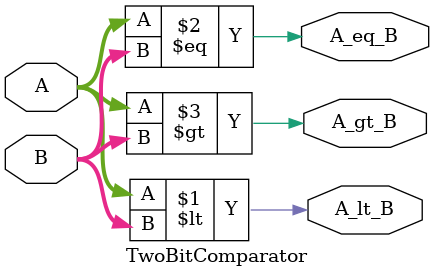
<source format=v>
module TwoBitComparator(
    input [1:0] A,
    input [1:0] B,
    output A_lt_B,
    output A_eq_B,
    output A_gt_B
);

    // A < B
    assign A_lt_B=A < B;
    // A == B
    assign A_eq_B = (A == B);
    // A > B
    assign A_gt_B = (A > B);

endmodule

</source>
